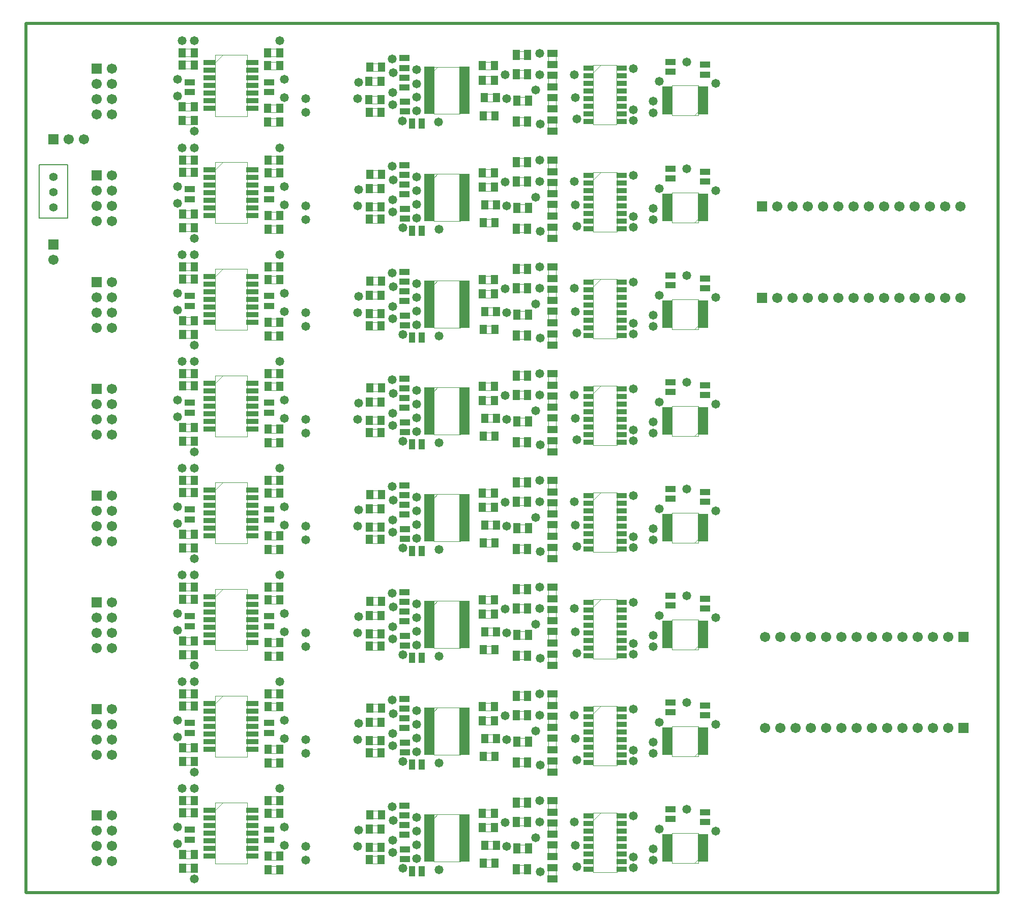
<source format=gts>
G04*
G04 #@! TF.GenerationSoftware,Altium Limited,Altium Designer,19.0.10 (269)*
G04*
G04 Layer_Color=8388736*
%FSLAX23Y23*%
%MOIN*%
G70*
G01*
G75*
%ADD10C,0.008*%
%ADD12C,0.010*%
%ADD13C,0.020*%
%ADD14C,0.004*%
%ADD23R,0.069X0.036*%
%ADD24R,0.066X0.026*%
%ADD25R,0.065X0.047*%
%ADD26R,0.045X0.063*%
%ADD27R,0.065X0.044*%
%ADD28R,0.047X0.065*%
%ADD29R,0.044X0.065*%
%ADD30R,0.080X0.036*%
%ADD31C,0.067*%
%ADD32R,0.067X0.067*%
%ADD33R,0.067X0.067*%
%ADD34C,0.055*%
%ADD35C,0.058*%
D10*
X1086Y4424D02*
Y4774D01*
Y4424D02*
X1275D01*
Y4774D01*
X1086D02*
X1275D01*
D12*
X7360Y5700D02*
X7370Y5690D01*
D13*
X1000Y0D02*
Y5700D01*
X7370D01*
Y0D02*
Y5700D01*
X1000Y0D02*
X7370D01*
D14*
X4718Y475D02*
X4768Y525D01*
X4718Y135D02*
Y525D01*
Y135D02*
X4872D01*
Y525D01*
X4718D02*
X4872D01*
X5381Y195D02*
X5407Y220D01*
Y195D02*
Y391D01*
X5234D02*
X5407D01*
X5234Y195D02*
Y391D01*
Y195D02*
X5407D01*
X4425Y525D02*
X4475D01*
Y604D01*
X4425D02*
X4475D01*
X4425Y525D02*
Y604D01*
Y459D02*
X4475D01*
X4425Y380D02*
Y459D01*
Y380D02*
X4475D01*
Y459D01*
X4425Y88D02*
X4475D01*
Y167D01*
X4425D02*
X4475D01*
X4425Y88D02*
Y167D01*
Y315D02*
X4475D01*
X4425Y236D02*
Y315D01*
Y236D02*
X4475D01*
Y315D01*
X4718Y1225D02*
X4872D01*
Y835D02*
Y1225D01*
X4718Y835D02*
X4872D01*
X4718D02*
Y1225D01*
Y1175D02*
X4768Y1225D01*
X5381Y895D02*
X5407Y920D01*
Y895D02*
Y1091D01*
X5234D02*
X5407D01*
X5234Y895D02*
Y1091D01*
Y895D02*
X5407D01*
X4425Y1225D02*
X4475D01*
Y1304D01*
X4425D02*
X4475D01*
X4425Y1225D02*
Y1304D01*
Y1159D02*
X4475D01*
X4425Y1080D02*
Y1159D01*
Y1080D02*
X4475D01*
Y1159D01*
X4425Y788D02*
X4475D01*
Y867D01*
X4425D02*
X4475D01*
X4425Y788D02*
Y867D01*
Y1015D02*
X4475D01*
X4425Y936D02*
Y1015D01*
Y936D02*
X4475D01*
Y1015D01*
X4718Y1875D02*
X4768Y1925D01*
X4718Y1535D02*
Y1925D01*
Y1535D02*
X4872D01*
Y1925D01*
X4718D02*
X4872D01*
X5381Y1595D02*
X5407Y1620D01*
Y1595D02*
Y1791D01*
X5234D02*
X5407D01*
X5234Y1595D02*
Y1791D01*
Y1595D02*
X5407D01*
X4425Y1925D02*
X4475D01*
Y2004D01*
X4425D02*
X4475D01*
X4425Y1925D02*
Y2004D01*
Y1859D02*
X4475D01*
X4425Y1780D02*
Y1859D01*
Y1780D02*
X4475D01*
Y1859D01*
X4425Y1488D02*
X4475D01*
Y1567D01*
X4425D02*
X4475D01*
X4425Y1488D02*
Y1567D01*
Y1715D02*
X4475D01*
X4425Y1636D02*
Y1715D01*
Y1636D02*
X4475D01*
Y1715D01*
X4718Y2575D02*
X4768Y2625D01*
X4718Y2235D02*
Y2625D01*
Y2235D02*
X4872D01*
Y2625D01*
X4718D02*
X4872D01*
X5381Y2295D02*
X5407Y2320D01*
Y2295D02*
Y2491D01*
X5234D02*
X5407D01*
X5234Y2295D02*
Y2491D01*
Y2295D02*
X5407D01*
X4425Y2625D02*
X4475D01*
Y2704D01*
X4425D02*
X4475D01*
X4425Y2625D02*
Y2704D01*
Y2559D02*
X4475D01*
X4425Y2480D02*
Y2559D01*
Y2480D02*
X4475D01*
Y2559D01*
X4425Y2188D02*
X4475D01*
Y2267D01*
X4425D02*
X4475D01*
X4425Y2188D02*
Y2267D01*
Y2415D02*
X4475D01*
X4425Y2336D02*
Y2415D01*
Y2336D02*
X4475D01*
Y2415D01*
X4718Y3275D02*
X4768Y3325D01*
X4718Y2935D02*
Y3325D01*
Y2935D02*
X4872D01*
Y3325D01*
X4718D02*
X4872D01*
X5381Y2995D02*
X5407Y3020D01*
Y2995D02*
Y3191D01*
X5234D02*
X5407D01*
X5234Y2995D02*
Y3191D01*
Y2995D02*
X5407D01*
X4425Y3325D02*
X4475D01*
Y3404D01*
X4425D02*
X4475D01*
X4425Y3325D02*
Y3404D01*
Y3259D02*
X4475D01*
X4425Y3180D02*
Y3259D01*
Y3180D02*
X4475D01*
Y3259D01*
X4425Y2888D02*
X4475D01*
Y2967D01*
X4425D02*
X4475D01*
X4425Y2888D02*
Y2967D01*
Y3115D02*
X4475D01*
X4425Y3036D02*
Y3115D01*
Y3036D02*
X4475D01*
Y3115D01*
X4718Y3975D02*
X4768Y4025D01*
X4718Y3635D02*
Y4025D01*
Y3635D02*
X4872D01*
Y4025D01*
X4718D02*
X4872D01*
X5381Y3695D02*
X5407Y3720D01*
Y3695D02*
Y3891D01*
X5234D02*
X5407D01*
X5234Y3695D02*
Y3891D01*
Y3695D02*
X5407D01*
X4425Y4025D02*
X4475D01*
Y4104D01*
X4425D02*
X4475D01*
X4425Y4025D02*
Y4104D01*
Y3959D02*
X4475D01*
X4425Y3880D02*
Y3959D01*
Y3880D02*
X4475D01*
Y3959D01*
X4425Y3588D02*
X4475D01*
Y3667D01*
X4425D02*
X4475D01*
X4425Y3588D02*
Y3667D01*
Y3815D02*
X4475D01*
X4425Y3736D02*
Y3815D01*
Y3736D02*
X4475D01*
Y3815D01*
X4718Y4675D02*
X4768Y4725D01*
X4718Y4335D02*
Y4725D01*
Y4335D02*
X4872D01*
Y4725D01*
X4718D02*
X4872D01*
X5381Y4395D02*
X5407Y4420D01*
Y4395D02*
Y4591D01*
X5234D02*
X5407D01*
X5234Y4395D02*
Y4591D01*
Y4395D02*
X5407D01*
X4425Y4725D02*
X4475D01*
Y4804D01*
X4425D02*
X4475D01*
X4425Y4725D02*
Y4804D01*
Y4659D02*
X4475D01*
X4425Y4580D02*
Y4659D01*
Y4580D02*
X4475D01*
Y4659D01*
X4425Y4288D02*
X4475D01*
Y4367D01*
X4425D02*
X4475D01*
X4425Y4288D02*
Y4367D01*
Y4515D02*
X4475D01*
X4425Y4436D02*
Y4515D01*
Y4436D02*
X4475D01*
Y4515D01*
X5381Y5097D02*
X5407Y5122D01*
Y5097D02*
Y5293D01*
X5233D02*
X5407D01*
X5233Y5097D02*
Y5293D01*
Y5097D02*
X5407D01*
X4718Y5377D02*
X4768Y5427D01*
X4718Y5037D02*
Y5427D01*
Y5037D02*
X4871D01*
Y5427D01*
X4718D02*
X4871D01*
X4425Y4990D02*
X4474D01*
Y5069D01*
X4425D02*
X4474D01*
X4425Y4990D02*
Y5069D01*
Y5217D02*
X4474D01*
X4425Y5138D02*
Y5217D01*
Y5138D02*
X4474D01*
Y5217D01*
X4425Y5427D02*
X4474D01*
Y5506D01*
X4425D02*
X4474D01*
X4425Y5427D02*
Y5506D01*
Y5361D02*
X4474D01*
X4425Y5282D02*
Y5361D01*
Y5282D02*
X4474D01*
Y5361D01*
X2586Y3380D02*
Y3430D01*
Y3380D02*
X2664D01*
Y3430D01*
X2586D02*
X2664D01*
X2586Y825D02*
Y875D01*
Y825D02*
X2664D01*
Y875D01*
X2586D02*
X2664D01*
X2586Y1280D02*
Y1330D01*
Y1280D02*
X2664D01*
Y1330D01*
X2586D02*
X2664D01*
X2585Y5027D02*
Y5077D01*
Y5027D02*
X2664D01*
Y5077D01*
X2585D02*
X2664D01*
X2586Y2680D02*
Y2730D01*
Y2680D02*
X2664D01*
Y2730D01*
X2586D02*
X2664D01*
X2586Y2925D02*
Y2975D01*
Y2925D02*
X2664D01*
Y2975D01*
X2586D02*
X2664D01*
X2586Y2225D02*
Y2275D01*
Y2225D02*
X2664D01*
Y2275D01*
X2586D02*
X2664D01*
X2586Y4080D02*
Y4130D01*
Y4080D02*
X2664D01*
Y4130D01*
X2586D02*
X2664D01*
X2586Y125D02*
Y175D01*
Y125D02*
X2664D01*
Y175D01*
X2586D02*
X2664D01*
X2586Y4780D02*
Y4830D01*
Y4780D02*
X2664D01*
Y4830D01*
X2586D02*
X2664D01*
X2585Y5482D02*
Y5532D01*
Y5482D02*
X2664D01*
Y5532D01*
X2585D02*
X2664D01*
X2586Y4325D02*
Y4375D01*
Y4325D02*
X2664D01*
Y4375D01*
X2586D02*
X2664D01*
X2586Y1980D02*
Y2030D01*
Y1980D02*
X2664D01*
Y2030D01*
X2586D02*
X2664D01*
X2586Y3625D02*
Y3675D01*
Y3625D02*
X2664D01*
Y3675D01*
X2586D02*
X2664D01*
X2586Y580D02*
Y630D01*
Y580D02*
X2664D01*
Y630D01*
X2586D02*
X2664D01*
X2586Y1525D02*
Y1575D01*
Y1525D02*
X2664D01*
Y1575D01*
X2586D02*
X2664D01*
X4294Y5167D02*
Y5217D01*
X4216D02*
X4294D01*
X4216Y5167D02*
Y5217D01*
Y5167D02*
X4294D01*
X4295Y265D02*
Y315D01*
X4216D02*
X4295D01*
X4216Y265D02*
Y315D01*
Y265D02*
X4295D01*
X4289Y830D02*
Y880D01*
X4211D02*
X4289D01*
X4211Y830D02*
Y880D01*
Y830D02*
X4289D01*
X3249Y4441D02*
X3328D01*
Y4391D02*
Y4441D01*
X3249Y4391D02*
X3328D01*
X3249D02*
Y4441D01*
X4211Y1841D02*
Y1890D01*
Y1841D02*
X4289D01*
Y1890D01*
X4211D02*
X4289D01*
X3996Y4418D02*
X4075D01*
Y4368D02*
Y4418D01*
X3996Y4368D02*
X4075D01*
X3996D02*
Y4418D01*
X4289Y130D02*
Y180D01*
X4211D02*
X4289D01*
X4211Y130D02*
Y180D01*
Y130D02*
X4289D01*
X3996Y3718D02*
X4075D01*
Y3668D02*
Y3718D01*
X3996Y3668D02*
X4075D01*
X3996D02*
Y3718D01*
X4295Y965D02*
Y1015D01*
X4216D02*
X4295D01*
X4216Y965D02*
Y1015D01*
Y965D02*
X4295D01*
X3249Y3741D02*
X3328D01*
Y3691D02*
Y3741D01*
X3249Y3691D02*
X3328D01*
X3249D02*
Y3741D01*
X4211Y567D02*
Y616D01*
Y567D02*
X4289D01*
Y616D01*
X4211D02*
X4289D01*
X3249Y1641D02*
X3328D01*
Y1591D02*
Y1641D01*
X3249Y1591D02*
X3328D01*
X3249D02*
Y1641D01*
X4295Y3065D02*
Y3115D01*
X4216D02*
X4295D01*
X4216Y3065D02*
Y3115D01*
Y3065D02*
X4295D01*
Y3765D02*
Y3815D01*
X4216D02*
X4295D01*
X4216Y3765D02*
Y3815D01*
Y3765D02*
X4295D01*
X4289Y1530D02*
Y1580D01*
X4211D02*
X4289D01*
X4211Y1530D02*
Y1580D01*
Y1530D02*
X4289D01*
X4295Y4465D02*
Y4515D01*
X4216D02*
X4295D01*
X4216Y4465D02*
Y4515D01*
Y4465D02*
X4295D01*
X3249Y2341D02*
X3328D01*
Y2291D02*
Y2341D01*
X3249Y2291D02*
X3328D01*
X3249D02*
Y2341D01*
X4211Y4767D02*
Y4816D01*
Y4767D02*
X4289D01*
Y4816D01*
X4211D02*
X4289D01*
X3996Y5120D02*
X4074D01*
Y5070D02*
Y5120D01*
X3996Y5070D02*
X4074D01*
X3996D02*
Y5120D01*
X3996Y2318D02*
X4075D01*
Y2268D02*
Y2318D01*
X3996Y2268D02*
X4075D01*
X3996D02*
Y2318D01*
X4006Y3136D02*
X4084D01*
Y3086D02*
Y3136D01*
X4006Y3086D02*
X4084D01*
X4006D02*
Y3136D01*
X3249Y3041D02*
X3328D01*
Y2991D02*
Y3041D01*
X3249Y2991D02*
X3328D01*
X3249D02*
Y3041D01*
X4211Y1141D02*
Y1190D01*
Y1141D02*
X4289D01*
Y1190D01*
X4211D02*
X4289D01*
X4211Y2541D02*
Y2590D01*
Y2541D02*
X4289D01*
Y2590D01*
X4211D02*
X4289D01*
X3996Y3018D02*
X4075D01*
Y2968D02*
Y3018D01*
X3996Y2968D02*
X4075D01*
X3996D02*
Y3018D01*
X3249Y941D02*
X3328D01*
Y891D02*
Y941D01*
X3249Y891D02*
X3328D01*
X3249D02*
Y941D01*
X4295Y1665D02*
Y1715D01*
X4216D02*
X4295D01*
X4216Y1665D02*
Y1715D01*
Y1665D02*
X4295D01*
X4006Y2436D02*
X4084D01*
Y2386D02*
Y2436D01*
X4006Y2386D02*
X4084D01*
X4006D02*
Y2436D01*
X4211Y1967D02*
Y2016D01*
Y1967D02*
X4289D01*
Y2016D01*
X4211D02*
X4289D01*
X3249Y241D02*
X3328D01*
Y191D02*
Y241D01*
X3249Y191D02*
X3328D01*
X3249D02*
Y241D01*
X4211Y441D02*
Y490D01*
Y441D02*
X4289D01*
Y490D01*
X4211D02*
X4289D01*
X4210Y5469D02*
Y5518D01*
Y5469D02*
X4289D01*
Y5518D01*
X4210D02*
X4289D01*
X4211Y1267D02*
Y1316D01*
Y1267D02*
X4289D01*
Y1316D01*
X4211D02*
X4289D01*
X4005Y5238D02*
X4084D01*
Y5188D02*
Y5238D01*
X4005Y5188D02*
X4084D01*
X4005D02*
Y5238D01*
X3996Y1618D02*
X4075D01*
Y1568D02*
Y1618D01*
X3996Y1568D02*
X4075D01*
X3996D02*
Y1618D01*
X4289Y4330D02*
Y4380D01*
X4211D02*
X4289D01*
X4211Y4330D02*
Y4380D01*
Y4330D02*
X4289D01*
Y3630D02*
Y3680D01*
X4211D02*
X4289D01*
X4211Y3630D02*
Y3680D01*
Y3630D02*
X4289D01*
X3996Y918D02*
X4075D01*
Y868D02*
Y918D01*
X3996Y868D02*
X4075D01*
X3996D02*
Y918D01*
X4289Y2230D02*
Y2280D01*
X4211D02*
X4289D01*
X4211Y2230D02*
Y2280D01*
Y2230D02*
X4289D01*
X4295Y2365D02*
Y2415D01*
X4216D02*
X4295D01*
X4216Y2365D02*
Y2415D01*
Y2365D02*
X4295D01*
X4211Y4641D02*
Y4690D01*
Y4641D02*
X4289D01*
Y4690D01*
X4211D02*
X4289D01*
X4210Y5343D02*
Y5392D01*
Y5343D02*
X4289D01*
Y5392D01*
X4210D02*
X4289D01*
X4289Y2930D02*
Y2980D01*
X4211D02*
X4289D01*
X4211Y2930D02*
Y2980D01*
Y2930D02*
X4289D01*
X4289Y5032D02*
Y5082D01*
X4210D02*
X4289D01*
X4210Y5032D02*
Y5082D01*
Y5032D02*
X4289D01*
X4006Y3836D02*
X4084D01*
Y3786D02*
Y3836D01*
X4006Y3786D02*
X4084D01*
X4006D02*
Y3836D01*
Y1736D02*
X4084D01*
Y1686D02*
Y1736D01*
X4006Y1686D02*
X4084D01*
X4006D02*
Y1736D01*
X4211Y3367D02*
Y3416D01*
Y3367D02*
X4289D01*
Y3416D01*
X4211D02*
X4289D01*
X4211Y4067D02*
Y4116D01*
Y4067D02*
X4289D01*
Y4116D01*
X4211D02*
X4289D01*
X4211Y3241D02*
Y3290D01*
Y3241D02*
X4289D01*
Y3290D01*
X4211D02*
X4289D01*
X3249Y5143D02*
X3328D01*
Y5093D02*
Y5143D01*
X3249Y5093D02*
X3328D01*
X3249D02*
Y5143D01*
X4006Y4536D02*
X4084D01*
Y4486D02*
Y4536D01*
X4006Y4486D02*
X4084D01*
X4006D02*
Y4536D01*
X4211Y3941D02*
Y3990D01*
Y3941D02*
X4289D01*
Y3990D01*
X4211D02*
X4289D01*
X4006Y1036D02*
X4084D01*
Y986D02*
Y1036D01*
X4006Y986D02*
X4084D01*
X4006D02*
Y1036D01*
X4211Y2667D02*
Y2716D01*
Y2667D02*
X4289D01*
Y2716D01*
X4211D02*
X4289D01*
X3996Y218D02*
X4075D01*
Y168D02*
Y218D01*
X3996Y168D02*
X4075D01*
X3996D02*
Y218D01*
X2104Y4780D02*
Y4830D01*
X2026D02*
X2104D01*
X2026Y4780D02*
Y4830D01*
Y4780D02*
X2104D01*
X2241Y4741D02*
X2291Y4791D01*
X2241Y4389D02*
Y4791D01*
Y4389D02*
X2450D01*
Y4791D01*
X2241D02*
X2450D01*
X2026Y836D02*
Y886D01*
Y836D02*
X2104D01*
Y886D01*
X2026D02*
X2104D01*
X2026Y2236D02*
Y2286D01*
Y2236D02*
X2104D01*
Y2286D01*
X2026D02*
X2104D01*
X2241Y2641D02*
X2291Y2691D01*
X2241Y2289D02*
Y2691D01*
Y2289D02*
X2450D01*
Y2691D01*
X2241D02*
X2450D01*
X2241Y3341D02*
X2291Y3391D01*
X2241Y2989D02*
Y3391D01*
Y2989D02*
X2450D01*
Y3391D01*
X2241D02*
X2450D01*
X2104Y1280D02*
Y1330D01*
X2026D02*
X2104D01*
X2026Y1280D02*
Y1330D01*
Y1280D02*
X2104D01*
Y225D02*
Y275D01*
X2026D02*
X2104D01*
X2026Y225D02*
Y275D01*
Y225D02*
X2104D01*
X2664Y3995D02*
Y4045D01*
X2586D02*
X2664D01*
X2586Y3995D02*
Y4045D01*
Y3995D02*
X2664D01*
X2025Y5038D02*
Y5088D01*
Y5038D02*
X2104D01*
Y5088D01*
X2025D02*
X2104D01*
X2240Y5443D02*
X2290Y5493D01*
X2240Y5091D02*
Y5493D01*
Y5091D02*
X2449D01*
Y5493D01*
X2240D02*
X2449D01*
X2026Y1900D02*
Y1950D01*
Y1900D02*
X2104D01*
Y1950D01*
X2026D02*
X2104D01*
X2586Y1615D02*
Y1665D01*
Y1615D02*
X2664D01*
Y1665D01*
X2586D02*
X2664D01*
X2104Y2680D02*
Y2730D01*
X2026D02*
X2104D01*
X2026Y2680D02*
Y2730D01*
Y2680D02*
X2104D01*
X2026Y4000D02*
Y4050D01*
Y4000D02*
X2104D01*
Y4050D01*
X2026D02*
X2104D01*
X2241Y1941D02*
X2291Y1991D01*
X2241Y1589D02*
Y1991D01*
Y1589D02*
X2450D01*
Y1991D01*
X2241D02*
X2450D01*
X2104Y1980D02*
Y2030D01*
X2026D02*
X2104D01*
X2026Y1980D02*
Y2030D01*
Y1980D02*
X2104D01*
X2026Y4700D02*
Y4750D01*
Y4700D02*
X2104D01*
Y4750D01*
X2026D02*
X2104D01*
X2664Y495D02*
Y545D01*
X2586D02*
X2664D01*
X2586Y495D02*
Y545D01*
Y495D02*
X2664D01*
X2026Y3300D02*
Y3350D01*
Y3300D02*
X2104D01*
Y3350D01*
X2026D02*
X2104D01*
X2664Y2595D02*
Y2645D01*
X2586D02*
X2664D01*
X2586Y2595D02*
Y2645D01*
Y2595D02*
X2664D01*
X2586Y915D02*
Y965D01*
Y915D02*
X2664D01*
Y965D01*
X2586D02*
X2664D01*
X2104Y1625D02*
Y1675D01*
X2026D02*
X2104D01*
X2026Y1625D02*
Y1675D01*
Y1625D02*
X2104D01*
Y3725D02*
Y3775D01*
X2026D02*
X2104D01*
X2026Y3725D02*
Y3775D01*
Y3725D02*
X2104D01*
X2586Y215D02*
Y265D01*
Y215D02*
X2664D01*
Y265D01*
X2586D02*
X2664D01*
Y1895D02*
Y1945D01*
X2586D02*
X2664D01*
X2586Y1895D02*
Y1945D01*
Y1895D02*
X2664D01*
X2586Y4415D02*
Y4465D01*
Y4415D02*
X2664D01*
Y4465D01*
X2586D02*
X2664D01*
X2025Y5402D02*
Y5452D01*
Y5402D02*
X2104D01*
Y5452D01*
X2025D02*
X2104D01*
X2104Y2325D02*
Y2375D01*
X2026D02*
X2104D01*
X2026Y2325D02*
Y2375D01*
Y2325D02*
X2104D01*
X2104Y5127D02*
Y5177D01*
X2025D02*
X2104D01*
X2025Y5127D02*
Y5177D01*
Y5127D02*
X2104D01*
X2664Y3295D02*
Y3345D01*
X2586D02*
X2664D01*
X2586Y3295D02*
Y3345D01*
Y3295D02*
X2664D01*
Y1195D02*
Y1245D01*
X2586D02*
X2664D01*
X2586Y1195D02*
Y1245D01*
Y1195D02*
X2664D01*
Y4695D02*
Y4745D01*
X2586D02*
X2664D01*
X2586Y4695D02*
Y4745D01*
Y4695D02*
X2664D01*
X2026Y136D02*
Y186D01*
Y136D02*
X2104D01*
Y186D01*
X2026D02*
X2104D01*
X2585Y5117D02*
Y5167D01*
Y5117D02*
X2664D01*
Y5167D01*
X2585D02*
X2664D01*
X2104Y4425D02*
Y4475D01*
X2026D02*
X2104D01*
X2026Y4425D02*
Y4475D01*
Y4425D02*
X2104D01*
X2104Y5482D02*
Y5532D01*
X2025D02*
X2104D01*
X2025Y5482D02*
Y5532D01*
Y5482D02*
X2104D01*
X2026Y1536D02*
Y1586D01*
Y1536D02*
X2104D01*
Y1586D01*
X2026D02*
X2104D01*
Y925D02*
Y975D01*
X2026D02*
X2104D01*
X2026Y925D02*
Y975D01*
Y925D02*
X2104D01*
X2026Y4336D02*
Y4386D01*
Y4336D02*
X2104D01*
Y4386D01*
X2026D02*
X2104D01*
X2026Y2600D02*
Y2650D01*
Y2600D02*
X2104D01*
Y2650D01*
X2026D02*
X2104D01*
X2241Y541D02*
X2291Y591D01*
X2241Y189D02*
Y591D01*
Y189D02*
X2450D01*
Y591D01*
X2241D02*
X2450D01*
X2026Y2936D02*
Y2986D01*
Y2936D02*
X2104D01*
Y2986D01*
X2026D02*
X2104D01*
X2241Y4041D02*
X2291Y4091D01*
X2241Y3689D02*
Y4091D01*
Y3689D02*
X2450D01*
Y4091D01*
X2241D02*
X2450D01*
X2026Y3636D02*
Y3686D01*
Y3636D02*
X2104D01*
Y3686D01*
X2026D02*
X2104D01*
X2026Y1200D02*
Y1250D01*
Y1200D02*
X2104D01*
Y1250D01*
X2026D02*
X2104D01*
X2026Y500D02*
Y550D01*
Y500D02*
X2104D01*
Y550D01*
X2026D02*
X2104D01*
Y4080D02*
Y4130D01*
X2026D02*
X2104D01*
X2026Y4080D02*
Y4130D01*
Y4080D02*
X2104D01*
Y3380D02*
Y3430D01*
X2026D02*
X2104D01*
X2026Y3380D02*
Y3430D01*
Y3380D02*
X2104D01*
X2241Y1291D02*
X2450D01*
Y889D02*
Y1291D01*
X2241Y889D02*
X2450D01*
X2241D02*
Y1291D01*
Y1241D02*
X2291Y1291D01*
X2104Y3025D02*
Y3075D01*
X2026D02*
X2104D01*
X2026Y3025D02*
Y3075D01*
Y3025D02*
X2104D01*
X2586Y3715D02*
Y3765D01*
Y3715D02*
X2664D01*
Y3765D01*
X2586D02*
X2664D01*
X2664Y5397D02*
Y5447D01*
X2585D02*
X2664D01*
X2585Y5397D02*
Y5447D01*
Y5397D02*
X2664D01*
X2586Y3015D02*
Y3065D01*
Y3015D02*
X2664D01*
Y3065D01*
X2586D02*
X2664D01*
X2104Y580D02*
Y630D01*
X2026D02*
X2104D01*
X2026Y580D02*
Y630D01*
Y580D02*
X2104D01*
X2586Y2315D02*
Y2365D01*
Y2315D02*
X2664D01*
Y2365D01*
X2586D02*
X2664D01*
X4006Y336D02*
X4084D01*
Y286D02*
Y336D01*
X4006Y286D02*
X4084D01*
X4006D02*
Y336D01*
X3248Y5223D02*
X3327D01*
Y5174D02*
Y5223D01*
X3248Y5174D02*
X3327D01*
X3248D02*
Y5223D01*
X3249Y4521D02*
X3327D01*
Y4472D02*
Y4521D01*
X3249Y4472D02*
X3327D01*
X3249D02*
Y4521D01*
Y3821D02*
X3327D01*
Y3772D02*
Y3821D01*
X3249Y3772D02*
X3327D01*
X3249D02*
Y3821D01*
Y3121D02*
X3327D01*
Y3072D02*
Y3121D01*
X3249Y3072D02*
X3327D01*
X3249D02*
Y3121D01*
Y2421D02*
X3327D01*
Y2372D02*
Y2421D01*
X3249Y2372D02*
X3327D01*
X3249D02*
Y2421D01*
Y1721D02*
X3327D01*
Y1672D02*
Y1721D01*
X3249Y1672D02*
X3327D01*
X3249D02*
Y1721D01*
Y1021D02*
X3327D01*
Y972D02*
Y1021D01*
X3249Y972D02*
X3327D01*
X3249D02*
Y1021D01*
Y321D02*
X3327D01*
Y272D02*
Y321D01*
X3249Y272D02*
X3327D01*
X3249D02*
Y321D01*
X3990Y5352D02*
X4069D01*
Y5303D02*
Y5352D01*
X3990Y5303D02*
X4069D01*
X3990D02*
Y5352D01*
X3991Y4650D02*
X4069D01*
Y4601D02*
Y4650D01*
X3991Y4601D02*
X4069D01*
X3991D02*
Y4650D01*
Y3950D02*
X4069D01*
Y3901D02*
Y3950D01*
X3991Y3901D02*
X4069D01*
X3991D02*
Y3950D01*
Y3250D02*
X4069D01*
Y3201D02*
Y3250D01*
X3991Y3201D02*
X4069D01*
X3991D02*
Y3250D01*
Y2550D02*
X4069D01*
Y2501D02*
Y2550D01*
X3991Y2501D02*
X4069D01*
X3991D02*
Y2550D01*
Y1850D02*
X4069D01*
Y1801D02*
Y1850D01*
X3991Y1801D02*
X4069D01*
X3991D02*
Y1850D01*
Y1150D02*
X4069D01*
Y1101D02*
Y1150D01*
X3991Y1101D02*
X4069D01*
X3991D02*
Y1150D01*
Y450D02*
X4069D01*
Y401D02*
Y450D01*
X3991Y401D02*
X4069D01*
X3991D02*
Y450D01*
X3248Y5343D02*
X3327D01*
Y5294D02*
Y5343D01*
X3248Y5294D02*
X3327D01*
X3248D02*
Y5343D01*
X3249Y4641D02*
X3327D01*
Y4592D02*
Y4641D01*
X3249Y4592D02*
X3327D01*
X3249D02*
Y4641D01*
Y3941D02*
X3327D01*
Y3892D02*
Y3941D01*
X3249Y3892D02*
X3327D01*
X3249D02*
Y3941D01*
Y3241D02*
X3327D01*
Y3192D02*
Y3241D01*
X3249Y3192D02*
X3327D01*
X3249D02*
Y3241D01*
Y2541D02*
X3327D01*
Y2492D02*
Y2541D01*
X3249Y2492D02*
X3327D01*
X3249D02*
Y2541D01*
Y1841D02*
X3327D01*
Y1792D02*
Y1841D01*
X3249Y1792D02*
X3327D01*
X3249D02*
Y1841D01*
Y1141D02*
X3327D01*
Y1092D02*
Y1141D01*
X3249Y1092D02*
X3327D01*
X3249D02*
Y1141D01*
Y441D02*
X3327D01*
Y392D02*
Y441D01*
X3249Y392D02*
X3327D01*
X3249D02*
Y441D01*
X3990Y5447D02*
X4069D01*
Y5397D02*
Y5447D01*
X3990Y5397D02*
X4069D01*
X3990D02*
Y5447D01*
X3991Y4745D02*
X4069D01*
Y4695D02*
Y4745D01*
X3991Y4695D02*
X4069D01*
X3991D02*
Y4745D01*
Y4045D02*
X4069D01*
Y3995D02*
Y4045D01*
X3991Y3995D02*
X4069D01*
X3991D02*
Y4045D01*
Y3345D02*
X4069D01*
Y3295D02*
Y3345D01*
X3991Y3295D02*
X4069D01*
X3991D02*
Y3345D01*
Y2645D02*
X4069D01*
Y2595D02*
Y2645D01*
X3991Y2595D02*
X4069D01*
X3991D02*
Y2645D01*
Y1945D02*
X4069D01*
Y1895D02*
Y1945D01*
X3991Y1895D02*
X4069D01*
X3991D02*
Y1945D01*
Y1245D02*
X4069D01*
Y1195D02*
Y1245D01*
X3991Y1195D02*
X4069D01*
X3991D02*
Y1245D01*
Y545D02*
X4069D01*
Y495D02*
Y545D01*
X3991Y495D02*
X4069D01*
X3991D02*
Y545D01*
X3252Y5438D02*
X3330D01*
Y5388D02*
Y5438D01*
X3252Y5388D02*
X3330D01*
X3252D02*
Y5438D01*
X3252Y4736D02*
X3331D01*
Y4686D02*
Y4736D01*
X3252Y4686D02*
X3331D01*
X3252D02*
Y4736D01*
Y4036D02*
X3331D01*
Y3986D02*
Y4036D01*
X3252Y3986D02*
X3331D01*
X3252D02*
Y4036D01*
Y3336D02*
X3331D01*
Y3286D02*
Y3336D01*
X3252Y3286D02*
X3331D01*
X3252D02*
Y3336D01*
Y2636D02*
X3331D01*
Y2586D02*
Y2636D01*
X3252Y2586D02*
X3331D01*
X3252D02*
Y2636D01*
Y1936D02*
X3331D01*
Y1886D02*
Y1936D01*
X3252Y1886D02*
X3331D01*
X3252D02*
Y1936D01*
Y1236D02*
X3331D01*
Y1186D02*
Y1236D01*
X3252Y1186D02*
X3331D01*
X3252D02*
Y1236D01*
Y536D02*
X3331D01*
Y486D02*
Y536D01*
X3252Y486D02*
X3331D01*
X3252D02*
Y536D01*
X3672Y5414D02*
X3845D01*
Y5107D02*
Y5414D01*
X3672Y5107D02*
X3845D01*
X3672D02*
Y5414D01*
Y5389D02*
X3698Y5414D01*
X3673Y4712D02*
X3846D01*
Y4405D02*
Y4712D01*
X3673Y4405D02*
X3846D01*
X3673D02*
Y4712D01*
Y4687D02*
X3698Y4712D01*
X3673Y4012D02*
X3846D01*
Y3705D02*
Y4012D01*
X3673Y3705D02*
X3846D01*
X3673D02*
Y4012D01*
Y3987D02*
X3698Y4012D01*
X3673Y3312D02*
X3846D01*
Y3005D02*
Y3312D01*
X3673Y3005D02*
X3846D01*
X3673D02*
Y3312D01*
Y3287D02*
X3698Y3312D01*
X3673Y2587D02*
X3698Y2612D01*
X3673Y2305D02*
Y2612D01*
Y2305D02*
X3846D01*
Y2612D01*
X3673D02*
X3846D01*
X3673Y1912D02*
X3846D01*
Y1605D02*
Y1912D01*
X3673Y1605D02*
X3846D01*
X3673D02*
Y1912D01*
Y1887D02*
X3698Y1912D01*
X3673Y1212D02*
X3846D01*
Y905D02*
Y1212D01*
X3673Y905D02*
X3846D01*
X3673D02*
Y1212D01*
Y1187D02*
X3698Y1212D01*
X3673Y512D02*
X3846D01*
Y205D02*
Y512D01*
X3673Y205D02*
X3846D01*
X3673D02*
Y512D01*
Y487D02*
X3698Y512D01*
D23*
X4902Y505D02*
D03*
Y455D02*
D03*
Y405D02*
D03*
Y355D02*
D03*
Y305D02*
D03*
Y255D02*
D03*
Y205D02*
D03*
Y155D02*
D03*
X4688D02*
D03*
Y205D02*
D03*
Y255D02*
D03*
Y305D02*
D03*
Y355D02*
D03*
Y405D02*
D03*
Y455D02*
D03*
Y505D02*
D03*
Y1205D02*
D03*
Y1155D02*
D03*
Y1105D02*
D03*
Y1055D02*
D03*
Y1005D02*
D03*
Y955D02*
D03*
Y905D02*
D03*
Y855D02*
D03*
X4902D02*
D03*
Y905D02*
D03*
Y955D02*
D03*
Y1005D02*
D03*
Y1055D02*
D03*
Y1105D02*
D03*
Y1155D02*
D03*
Y1205D02*
D03*
Y1905D02*
D03*
Y1855D02*
D03*
Y1805D02*
D03*
Y1755D02*
D03*
Y1705D02*
D03*
Y1655D02*
D03*
Y1605D02*
D03*
Y1555D02*
D03*
X4688D02*
D03*
Y1605D02*
D03*
Y1655D02*
D03*
Y1705D02*
D03*
Y1755D02*
D03*
Y1805D02*
D03*
Y1855D02*
D03*
Y1905D02*
D03*
X4902Y2605D02*
D03*
Y2555D02*
D03*
Y2505D02*
D03*
Y2455D02*
D03*
Y2405D02*
D03*
Y2355D02*
D03*
Y2305D02*
D03*
Y2255D02*
D03*
X4688D02*
D03*
Y2305D02*
D03*
Y2355D02*
D03*
Y2405D02*
D03*
Y2455D02*
D03*
Y2505D02*
D03*
Y2555D02*
D03*
Y2605D02*
D03*
X4902Y3305D02*
D03*
Y3255D02*
D03*
Y3205D02*
D03*
Y3155D02*
D03*
Y3105D02*
D03*
Y3055D02*
D03*
Y3005D02*
D03*
Y2955D02*
D03*
X4688D02*
D03*
Y3005D02*
D03*
Y3055D02*
D03*
Y3105D02*
D03*
Y3155D02*
D03*
Y3205D02*
D03*
Y3255D02*
D03*
Y3305D02*
D03*
X4902Y4005D02*
D03*
Y3955D02*
D03*
Y3905D02*
D03*
Y3855D02*
D03*
Y3805D02*
D03*
Y3755D02*
D03*
Y3705D02*
D03*
Y3655D02*
D03*
X4688D02*
D03*
Y3705D02*
D03*
Y3755D02*
D03*
Y3805D02*
D03*
Y3855D02*
D03*
Y3905D02*
D03*
Y3955D02*
D03*
Y4005D02*
D03*
X4902Y4705D02*
D03*
Y4655D02*
D03*
Y4605D02*
D03*
Y4555D02*
D03*
Y4505D02*
D03*
Y4455D02*
D03*
Y4405D02*
D03*
Y4355D02*
D03*
X4688D02*
D03*
Y4405D02*
D03*
Y4455D02*
D03*
Y4505D02*
D03*
Y4555D02*
D03*
Y4605D02*
D03*
Y4655D02*
D03*
Y4705D02*
D03*
X4902Y5407D02*
D03*
Y5357D02*
D03*
Y5307D02*
D03*
Y5257D02*
D03*
Y5207D02*
D03*
Y5157D02*
D03*
Y5107D02*
D03*
Y5057D02*
D03*
X4687D02*
D03*
Y5107D02*
D03*
Y5157D02*
D03*
Y5207D02*
D03*
Y5257D02*
D03*
Y5307D02*
D03*
Y5357D02*
D03*
Y5407D02*
D03*
D24*
X5205Y216D02*
D03*
Y242D02*
D03*
Y267D02*
D03*
Y293D02*
D03*
Y319D02*
D03*
Y344D02*
D03*
Y370D02*
D03*
X5436D02*
D03*
Y344D02*
D03*
Y319D02*
D03*
Y293D02*
D03*
Y267D02*
D03*
Y242D02*
D03*
Y216D02*
D03*
X5205Y916D02*
D03*
Y942D02*
D03*
Y967D02*
D03*
Y993D02*
D03*
Y1019D02*
D03*
Y1044D02*
D03*
Y1070D02*
D03*
X5436D02*
D03*
Y1044D02*
D03*
Y1019D02*
D03*
Y993D02*
D03*
Y967D02*
D03*
Y942D02*
D03*
Y916D02*
D03*
X5205Y1616D02*
D03*
Y1642D02*
D03*
Y1667D02*
D03*
Y1693D02*
D03*
Y1719D02*
D03*
Y1744D02*
D03*
Y1770D02*
D03*
X5436D02*
D03*
Y1744D02*
D03*
Y1719D02*
D03*
Y1693D02*
D03*
Y1667D02*
D03*
Y1642D02*
D03*
Y1616D02*
D03*
X5205Y2316D02*
D03*
Y2342D02*
D03*
Y2367D02*
D03*
Y2393D02*
D03*
Y2419D02*
D03*
Y2444D02*
D03*
Y2470D02*
D03*
X5436D02*
D03*
Y2444D02*
D03*
Y2419D02*
D03*
Y2393D02*
D03*
Y2367D02*
D03*
Y2342D02*
D03*
Y2316D02*
D03*
X5205Y3016D02*
D03*
Y3042D02*
D03*
Y3067D02*
D03*
Y3093D02*
D03*
Y3119D02*
D03*
Y3144D02*
D03*
Y3170D02*
D03*
X5436D02*
D03*
Y3144D02*
D03*
Y3119D02*
D03*
Y3093D02*
D03*
Y3067D02*
D03*
Y3042D02*
D03*
Y3016D02*
D03*
X5205Y3716D02*
D03*
Y3742D02*
D03*
Y3767D02*
D03*
Y3793D02*
D03*
Y3819D02*
D03*
Y3844D02*
D03*
Y3870D02*
D03*
X5436D02*
D03*
Y3844D02*
D03*
Y3819D02*
D03*
Y3793D02*
D03*
Y3767D02*
D03*
Y3742D02*
D03*
Y3716D02*
D03*
X5205Y4416D02*
D03*
Y4442D02*
D03*
Y4467D02*
D03*
Y4493D02*
D03*
Y4519D02*
D03*
Y4544D02*
D03*
Y4570D02*
D03*
X5436D02*
D03*
Y4544D02*
D03*
Y4519D02*
D03*
Y4493D02*
D03*
Y4467D02*
D03*
Y4442D02*
D03*
Y4416D02*
D03*
X5204Y5118D02*
D03*
Y5144D02*
D03*
Y5169D02*
D03*
Y5195D02*
D03*
Y5221D02*
D03*
Y5246D02*
D03*
Y5272D02*
D03*
X5436D02*
D03*
Y5246D02*
D03*
Y5221D02*
D03*
Y5195D02*
D03*
Y5169D02*
D03*
Y5144D02*
D03*
Y5118D02*
D03*
X3643Y5402D02*
D03*
Y5376D02*
D03*
Y5350D02*
D03*
Y5325D02*
D03*
Y5299D02*
D03*
Y5274D02*
D03*
Y5248D02*
D03*
Y5223D02*
D03*
Y5197D02*
D03*
Y5171D02*
D03*
Y5146D02*
D03*
Y5120D02*
D03*
X3874D02*
D03*
Y5146D02*
D03*
Y5171D02*
D03*
Y5197D02*
D03*
Y5223D02*
D03*
Y5248D02*
D03*
Y5274D02*
D03*
Y5299D02*
D03*
Y5325D02*
D03*
Y5350D02*
D03*
Y5376D02*
D03*
Y5402D02*
D03*
X3644Y4700D02*
D03*
Y4674D02*
D03*
Y4649D02*
D03*
Y4623D02*
D03*
Y4597D02*
D03*
Y4572D02*
D03*
Y4546D02*
D03*
Y4521D02*
D03*
Y4495D02*
D03*
Y4469D02*
D03*
Y4444D02*
D03*
Y4418D02*
D03*
X3875D02*
D03*
Y4444D02*
D03*
Y4469D02*
D03*
Y4495D02*
D03*
Y4521D02*
D03*
Y4546D02*
D03*
Y4572D02*
D03*
Y4597D02*
D03*
Y4623D02*
D03*
Y4649D02*
D03*
Y4674D02*
D03*
Y4700D02*
D03*
X3644Y4000D02*
D03*
Y3974D02*
D03*
Y3949D02*
D03*
Y3923D02*
D03*
Y3897D02*
D03*
Y3872D02*
D03*
Y3846D02*
D03*
Y3821D02*
D03*
Y3795D02*
D03*
Y3769D02*
D03*
Y3744D02*
D03*
Y3718D02*
D03*
X3875D02*
D03*
Y3744D02*
D03*
Y3769D02*
D03*
Y3795D02*
D03*
Y3821D02*
D03*
Y3846D02*
D03*
Y3872D02*
D03*
Y3897D02*
D03*
Y3923D02*
D03*
Y3949D02*
D03*
Y3974D02*
D03*
Y4000D02*
D03*
X3644Y3300D02*
D03*
Y3274D02*
D03*
Y3249D02*
D03*
Y3223D02*
D03*
Y3197D02*
D03*
Y3172D02*
D03*
Y3146D02*
D03*
Y3121D02*
D03*
Y3095D02*
D03*
Y3069D02*
D03*
Y3044D02*
D03*
Y3018D02*
D03*
X3875D02*
D03*
Y3044D02*
D03*
Y3069D02*
D03*
Y3095D02*
D03*
Y3121D02*
D03*
Y3146D02*
D03*
Y3172D02*
D03*
Y3197D02*
D03*
Y3223D02*
D03*
Y3249D02*
D03*
Y3274D02*
D03*
Y3300D02*
D03*
Y2600D02*
D03*
Y2574D02*
D03*
Y2549D02*
D03*
Y2523D02*
D03*
Y2497D02*
D03*
Y2472D02*
D03*
Y2446D02*
D03*
Y2421D02*
D03*
Y2395D02*
D03*
Y2369D02*
D03*
Y2344D02*
D03*
Y2318D02*
D03*
X3644D02*
D03*
Y2344D02*
D03*
Y2369D02*
D03*
Y2395D02*
D03*
Y2421D02*
D03*
Y2446D02*
D03*
Y2472D02*
D03*
Y2497D02*
D03*
Y2523D02*
D03*
Y2549D02*
D03*
Y2574D02*
D03*
Y2600D02*
D03*
Y1900D02*
D03*
Y1874D02*
D03*
Y1849D02*
D03*
Y1823D02*
D03*
Y1797D02*
D03*
Y1772D02*
D03*
Y1746D02*
D03*
Y1721D02*
D03*
Y1695D02*
D03*
Y1669D02*
D03*
Y1644D02*
D03*
Y1618D02*
D03*
X3875D02*
D03*
Y1644D02*
D03*
Y1669D02*
D03*
Y1695D02*
D03*
Y1721D02*
D03*
Y1746D02*
D03*
Y1772D02*
D03*
Y1797D02*
D03*
Y1823D02*
D03*
Y1849D02*
D03*
Y1874D02*
D03*
Y1900D02*
D03*
X3644Y1200D02*
D03*
Y1174D02*
D03*
Y1149D02*
D03*
Y1123D02*
D03*
Y1097D02*
D03*
Y1072D02*
D03*
Y1046D02*
D03*
Y1021D02*
D03*
Y995D02*
D03*
Y969D02*
D03*
Y944D02*
D03*
Y918D02*
D03*
X3875D02*
D03*
Y944D02*
D03*
Y969D02*
D03*
Y995D02*
D03*
Y1021D02*
D03*
Y1046D02*
D03*
Y1072D02*
D03*
Y1097D02*
D03*
Y1123D02*
D03*
Y1149D02*
D03*
Y1174D02*
D03*
Y1200D02*
D03*
X3644Y500D02*
D03*
Y474D02*
D03*
Y449D02*
D03*
Y423D02*
D03*
Y397D02*
D03*
Y372D02*
D03*
Y346D02*
D03*
Y321D02*
D03*
Y295D02*
D03*
Y269D02*
D03*
Y244D02*
D03*
Y218D02*
D03*
X3875D02*
D03*
Y244D02*
D03*
Y269D02*
D03*
Y295D02*
D03*
Y321D02*
D03*
Y346D02*
D03*
Y372D02*
D03*
Y397D02*
D03*
Y423D02*
D03*
Y449D02*
D03*
Y474D02*
D03*
Y500D02*
D03*
D25*
X4450Y602D02*
D03*
Y527D02*
D03*
Y382D02*
D03*
Y457D02*
D03*
Y165D02*
D03*
Y90D02*
D03*
Y238D02*
D03*
Y313D02*
D03*
Y1302D02*
D03*
Y1227D02*
D03*
Y1082D02*
D03*
Y1157D02*
D03*
Y865D02*
D03*
Y790D02*
D03*
Y938D02*
D03*
Y1013D02*
D03*
Y2002D02*
D03*
Y1927D02*
D03*
Y1782D02*
D03*
Y1857D02*
D03*
Y1565D02*
D03*
Y1490D02*
D03*
Y1638D02*
D03*
Y1713D02*
D03*
Y2702D02*
D03*
Y2627D02*
D03*
Y2482D02*
D03*
Y2557D02*
D03*
Y2265D02*
D03*
Y2190D02*
D03*
Y2338D02*
D03*
Y2413D02*
D03*
Y3402D02*
D03*
Y3327D02*
D03*
Y3182D02*
D03*
Y3257D02*
D03*
Y2965D02*
D03*
Y2890D02*
D03*
Y3038D02*
D03*
Y3113D02*
D03*
Y4102D02*
D03*
Y4027D02*
D03*
Y3882D02*
D03*
Y3957D02*
D03*
Y3665D02*
D03*
Y3590D02*
D03*
Y3738D02*
D03*
Y3813D02*
D03*
Y4802D02*
D03*
Y4727D02*
D03*
Y4582D02*
D03*
Y4657D02*
D03*
Y4365D02*
D03*
Y4290D02*
D03*
Y4438D02*
D03*
Y4513D02*
D03*
X4450Y5067D02*
D03*
Y4992D02*
D03*
Y5140D02*
D03*
Y5215D02*
D03*
Y5504D02*
D03*
Y5429D02*
D03*
Y5284D02*
D03*
Y5359D02*
D03*
D26*
X2664Y3405D02*
D03*
X2586D02*
D03*
X2664Y850D02*
D03*
X2586D02*
D03*
X2664Y1305D02*
D03*
X2586D02*
D03*
X2664Y5052D02*
D03*
X2585D02*
D03*
X2664Y2705D02*
D03*
X2586D02*
D03*
X2664Y2950D02*
D03*
X2586D02*
D03*
X2664Y2250D02*
D03*
X2586D02*
D03*
X2664Y4105D02*
D03*
X2586D02*
D03*
X2664Y150D02*
D03*
X2586D02*
D03*
X2664Y4805D02*
D03*
X2586D02*
D03*
X2664Y5507D02*
D03*
X2585D02*
D03*
X2664Y4350D02*
D03*
X2586D02*
D03*
X2664Y2005D02*
D03*
X2586D02*
D03*
X2664Y3650D02*
D03*
X2586D02*
D03*
X2664Y605D02*
D03*
X2586D02*
D03*
X2664Y1550D02*
D03*
X2586D02*
D03*
X3249Y4416D02*
D03*
X3328D02*
D03*
X3996Y4393D02*
D03*
X4075D02*
D03*
X3996Y3693D02*
D03*
X4075D02*
D03*
X3249Y3716D02*
D03*
X3328D02*
D03*
X3249Y1616D02*
D03*
X3328D02*
D03*
X3249Y2316D02*
D03*
X3328D02*
D03*
X3996Y5095D02*
D03*
X4074D02*
D03*
X3996Y2293D02*
D03*
X4075D02*
D03*
X4006Y3111D02*
D03*
X4084D02*
D03*
X3249Y3016D02*
D03*
X3328D02*
D03*
X3996Y2993D02*
D03*
X4075D02*
D03*
X3249Y916D02*
D03*
X3328D02*
D03*
X4006Y2411D02*
D03*
X4084D02*
D03*
X3249Y216D02*
D03*
X3328D02*
D03*
X4005Y5213D02*
D03*
X4084D02*
D03*
X3996Y1593D02*
D03*
X4075D02*
D03*
X3996Y893D02*
D03*
X4075D02*
D03*
X4006Y3811D02*
D03*
X4084D02*
D03*
X4006Y1711D02*
D03*
X4084D02*
D03*
X3249Y5118D02*
D03*
X3328D02*
D03*
X4006Y4511D02*
D03*
X4084D02*
D03*
X4006Y1011D02*
D03*
X4084D02*
D03*
X3996Y193D02*
D03*
X4075D02*
D03*
X2026Y4805D02*
D03*
X2104D02*
D03*
Y861D02*
D03*
X2026D02*
D03*
X2104Y2261D02*
D03*
X2026D02*
D03*
Y1305D02*
D03*
X2104D02*
D03*
X2026Y250D02*
D03*
X2104D02*
D03*
X2586Y4020D02*
D03*
X2664D02*
D03*
X2104Y5063D02*
D03*
X2025D02*
D03*
X2104Y1925D02*
D03*
X2026D02*
D03*
X2664Y1640D02*
D03*
X2586D02*
D03*
X2026Y2705D02*
D03*
X2104D02*
D03*
Y4025D02*
D03*
X2026D02*
D03*
Y2005D02*
D03*
X2104D02*
D03*
Y4725D02*
D03*
X2026D02*
D03*
X2586Y520D02*
D03*
X2664D02*
D03*
X2104Y3325D02*
D03*
X2026D02*
D03*
X2586Y2620D02*
D03*
X2664D02*
D03*
Y940D02*
D03*
X2586D02*
D03*
X2026Y1650D02*
D03*
X2104D02*
D03*
X2026Y3750D02*
D03*
X2104D02*
D03*
X2664Y240D02*
D03*
X2586D02*
D03*
Y1920D02*
D03*
X2664D02*
D03*
Y4440D02*
D03*
X2586D02*
D03*
X2104Y5427D02*
D03*
X2025D02*
D03*
X2026Y2350D02*
D03*
X2104D02*
D03*
X2025Y5152D02*
D03*
X2104D02*
D03*
X2586Y3320D02*
D03*
X2664D02*
D03*
X2586Y1220D02*
D03*
X2664D02*
D03*
X2586Y4720D02*
D03*
X2664D02*
D03*
X2104Y161D02*
D03*
X2026D02*
D03*
X2664Y5142D02*
D03*
X2585D02*
D03*
X2026Y4450D02*
D03*
X2104D02*
D03*
X2025Y5507D02*
D03*
X2104D02*
D03*
X2104Y1561D02*
D03*
X2026D02*
D03*
Y950D02*
D03*
X2104D02*
D03*
Y4361D02*
D03*
X2026D02*
D03*
X2104Y2625D02*
D03*
X2026D02*
D03*
X2104Y2961D02*
D03*
X2026D02*
D03*
X2104Y3661D02*
D03*
X2026D02*
D03*
X2104Y1225D02*
D03*
X2026D02*
D03*
X2104Y525D02*
D03*
X2026D02*
D03*
Y4105D02*
D03*
X2104D02*
D03*
X2026Y3405D02*
D03*
X2104D02*
D03*
X2026Y3050D02*
D03*
X2104D02*
D03*
X2664Y3740D02*
D03*
X2586D02*
D03*
X2585Y5422D02*
D03*
X2664D02*
D03*
X2664Y3040D02*
D03*
X2586D02*
D03*
X2026Y605D02*
D03*
X2104D02*
D03*
X2664Y2340D02*
D03*
X2586D02*
D03*
X4006Y311D02*
D03*
X4084D02*
D03*
X3248Y5199D02*
D03*
X3327D02*
D03*
X3249Y4497D02*
D03*
X3327D02*
D03*
X3249Y3797D02*
D03*
X3327D02*
D03*
X3249Y3097D02*
D03*
X3327D02*
D03*
X3249Y2397D02*
D03*
X3327D02*
D03*
X3249Y1697D02*
D03*
X3327D02*
D03*
X3249Y997D02*
D03*
X3327D02*
D03*
X3249Y297D02*
D03*
X3327D02*
D03*
X3990Y5328D02*
D03*
X4069D02*
D03*
X3991Y4626D02*
D03*
X4069D02*
D03*
X3991Y3926D02*
D03*
X4069D02*
D03*
X3991Y3226D02*
D03*
X4069D02*
D03*
X3991Y2526D02*
D03*
X4069D02*
D03*
X3991Y1826D02*
D03*
X4069D02*
D03*
X3991Y1126D02*
D03*
X4069D02*
D03*
X3991Y426D02*
D03*
X4069D02*
D03*
X3248Y5319D02*
D03*
X3327D02*
D03*
X3249Y4617D02*
D03*
X3327D02*
D03*
X3249Y3917D02*
D03*
X3327D02*
D03*
X3249Y3217D02*
D03*
X3327D02*
D03*
X3249Y2517D02*
D03*
X3327D02*
D03*
X3249Y1817D02*
D03*
X3327D02*
D03*
X3249Y1117D02*
D03*
X3327D02*
D03*
X3249Y417D02*
D03*
X3327D02*
D03*
X3990Y5422D02*
D03*
X4069D02*
D03*
X3991Y4720D02*
D03*
X4069D02*
D03*
X3991Y4020D02*
D03*
X4069D02*
D03*
X3991Y3320D02*
D03*
X4069D02*
D03*
X3991Y2620D02*
D03*
X4069D02*
D03*
X3991Y1920D02*
D03*
X4069D02*
D03*
X3991Y1220D02*
D03*
X4069D02*
D03*
X3991Y520D02*
D03*
X4069D02*
D03*
X3252Y5413D02*
D03*
X3330D02*
D03*
X3252Y4711D02*
D03*
X3331D02*
D03*
X3252Y4011D02*
D03*
X3331D02*
D03*
X3252Y3311D02*
D03*
X3331D02*
D03*
X3252Y2611D02*
D03*
X3331D02*
D03*
X3252Y1911D02*
D03*
X3331D02*
D03*
X3252Y1211D02*
D03*
X3331D02*
D03*
X3252Y511D02*
D03*
X3331D02*
D03*
D27*
X3479Y2543D02*
D03*
Y2479D02*
D03*
X3479Y5345D02*
D03*
Y5281D02*
D03*
X3479Y4643D02*
D03*
Y4579D02*
D03*
Y3943D02*
D03*
Y3879D02*
D03*
Y1143D02*
D03*
Y1079D02*
D03*
Y443D02*
D03*
Y379D02*
D03*
Y1843D02*
D03*
Y1779D02*
D03*
Y3243D02*
D03*
Y3179D02*
D03*
X2075Y4612D02*
D03*
Y4548D02*
D03*
Y1812D02*
D03*
Y1748D02*
D03*
Y1112D02*
D03*
Y1048D02*
D03*
Y412D02*
D03*
Y348D02*
D03*
X2595Y3212D02*
D03*
Y3148D02*
D03*
X2075Y3912D02*
D03*
Y3848D02*
D03*
X2075Y5314D02*
D03*
Y5250D02*
D03*
X2075Y3212D02*
D03*
Y3148D02*
D03*
Y2512D02*
D03*
Y2448D02*
D03*
X2595Y5314D02*
D03*
Y5250D02*
D03*
X2595Y412D02*
D03*
Y348D02*
D03*
Y3912D02*
D03*
Y3848D02*
D03*
Y4612D02*
D03*
Y4548D02*
D03*
Y1112D02*
D03*
Y1048D02*
D03*
Y2512D02*
D03*
Y2448D02*
D03*
Y1812D02*
D03*
Y1748D02*
D03*
X3485Y5123D02*
D03*
Y5187D02*
D03*
X3485Y4421D02*
D03*
Y4485D02*
D03*
Y3721D02*
D03*
Y3785D02*
D03*
Y3021D02*
D03*
Y3085D02*
D03*
Y2321D02*
D03*
Y2385D02*
D03*
Y1621D02*
D03*
Y1685D02*
D03*
Y921D02*
D03*
Y985D02*
D03*
Y221D02*
D03*
Y285D02*
D03*
X3480Y5408D02*
D03*
Y5472D02*
D03*
X3480Y4706D02*
D03*
Y4770D02*
D03*
Y4006D02*
D03*
Y4070D02*
D03*
Y3306D02*
D03*
Y3370D02*
D03*
Y2606D02*
D03*
Y2670D02*
D03*
Y1906D02*
D03*
Y1970D02*
D03*
Y1206D02*
D03*
Y1270D02*
D03*
Y506D02*
D03*
Y570D02*
D03*
X5225Y5448D02*
D03*
Y5384D02*
D03*
X5225Y4746D02*
D03*
Y4682D02*
D03*
Y4046D02*
D03*
Y3982D02*
D03*
Y3346D02*
D03*
Y3282D02*
D03*
Y2646D02*
D03*
Y2582D02*
D03*
Y1946D02*
D03*
Y1882D02*
D03*
Y1246D02*
D03*
Y1182D02*
D03*
Y546D02*
D03*
Y482D02*
D03*
X5450Y5365D02*
D03*
Y5429D02*
D03*
X5450Y4663D02*
D03*
Y4727D02*
D03*
Y3963D02*
D03*
Y4027D02*
D03*
Y3263D02*
D03*
Y3327D02*
D03*
Y2563D02*
D03*
Y2627D02*
D03*
Y1863D02*
D03*
Y1927D02*
D03*
Y1163D02*
D03*
Y1227D02*
D03*
Y463D02*
D03*
Y527D02*
D03*
D28*
X4218Y5192D02*
D03*
X4292D02*
D03*
X4218Y290D02*
D03*
X4293D02*
D03*
X4213Y855D02*
D03*
X4287D02*
D03*
Y1865D02*
D03*
X4213D02*
D03*
Y155D02*
D03*
X4287D02*
D03*
X4218Y990D02*
D03*
X4293D02*
D03*
X4287Y591D02*
D03*
X4213D02*
D03*
X4218Y3090D02*
D03*
X4293D02*
D03*
X4218Y3790D02*
D03*
X4293D02*
D03*
X4213Y1555D02*
D03*
X4287D02*
D03*
X4218Y4490D02*
D03*
X4293D02*
D03*
X4287Y4791D02*
D03*
X4213D02*
D03*
X4287Y1165D02*
D03*
X4213D02*
D03*
X4287Y2565D02*
D03*
X4213D02*
D03*
X4218Y1690D02*
D03*
X4293D02*
D03*
X4287Y1991D02*
D03*
X4213D02*
D03*
X4287Y465D02*
D03*
X4213D02*
D03*
X4287Y5493D02*
D03*
X4212D02*
D03*
X4287Y1291D02*
D03*
X4213D02*
D03*
Y4355D02*
D03*
X4287D02*
D03*
X4213Y3655D02*
D03*
X4287D02*
D03*
X4213Y2255D02*
D03*
X4287D02*
D03*
X4218Y2390D02*
D03*
X4293D02*
D03*
X4287Y4665D02*
D03*
X4213D02*
D03*
X4287Y5367D02*
D03*
X4212D02*
D03*
X4213Y2955D02*
D03*
X4287D02*
D03*
X4212Y5057D02*
D03*
X4287D02*
D03*
X4287Y3391D02*
D03*
X4213D02*
D03*
X4287Y4091D02*
D03*
X4213D02*
D03*
X4287Y3265D02*
D03*
X4213D02*
D03*
X4287Y3965D02*
D03*
X4213D02*
D03*
X4287Y2691D02*
D03*
X4213D02*
D03*
D29*
X3531Y141D02*
D03*
X3595D02*
D03*
X3531Y841D02*
D03*
X3595D02*
D03*
X3531Y1541D02*
D03*
X3595D02*
D03*
X3531Y2241D02*
D03*
X3595D02*
D03*
X3531Y2941D02*
D03*
X3595D02*
D03*
X3531Y3641D02*
D03*
X3595D02*
D03*
X3530Y5043D02*
D03*
X3594D02*
D03*
X3531Y4341D02*
D03*
X3595D02*
D03*
D30*
X2485Y4740D02*
D03*
Y4690D02*
D03*
Y4640D02*
D03*
Y4590D02*
D03*
Y4540D02*
D03*
Y4490D02*
D03*
Y4440D02*
D03*
X2205D02*
D03*
Y4490D02*
D03*
Y4540D02*
D03*
Y4590D02*
D03*
Y4640D02*
D03*
Y4690D02*
D03*
Y4740D02*
D03*
X2485Y2640D02*
D03*
Y2590D02*
D03*
Y2540D02*
D03*
Y2490D02*
D03*
Y2440D02*
D03*
Y2390D02*
D03*
Y2340D02*
D03*
X2205D02*
D03*
Y2390D02*
D03*
Y2440D02*
D03*
Y2490D02*
D03*
Y2540D02*
D03*
Y2590D02*
D03*
Y2640D02*
D03*
X2485Y3340D02*
D03*
Y3290D02*
D03*
Y3240D02*
D03*
Y3190D02*
D03*
Y3140D02*
D03*
Y3090D02*
D03*
Y3040D02*
D03*
X2205D02*
D03*
Y3090D02*
D03*
Y3140D02*
D03*
Y3190D02*
D03*
Y3240D02*
D03*
Y3290D02*
D03*
Y3340D02*
D03*
X2485Y5442D02*
D03*
Y5392D02*
D03*
Y5342D02*
D03*
Y5292D02*
D03*
Y5242D02*
D03*
Y5192D02*
D03*
Y5142D02*
D03*
X2205D02*
D03*
Y5192D02*
D03*
Y5242D02*
D03*
Y5292D02*
D03*
Y5342D02*
D03*
Y5392D02*
D03*
Y5442D02*
D03*
X2485Y1940D02*
D03*
Y1890D02*
D03*
Y1840D02*
D03*
Y1790D02*
D03*
Y1740D02*
D03*
Y1690D02*
D03*
Y1640D02*
D03*
X2205D02*
D03*
Y1690D02*
D03*
Y1740D02*
D03*
Y1790D02*
D03*
Y1840D02*
D03*
Y1890D02*
D03*
Y1940D02*
D03*
X2485Y540D02*
D03*
Y490D02*
D03*
Y440D02*
D03*
Y390D02*
D03*
Y340D02*
D03*
Y290D02*
D03*
Y240D02*
D03*
X2205D02*
D03*
Y290D02*
D03*
Y340D02*
D03*
Y390D02*
D03*
Y440D02*
D03*
Y490D02*
D03*
Y540D02*
D03*
X2485Y4040D02*
D03*
Y3990D02*
D03*
Y3940D02*
D03*
Y3890D02*
D03*
Y3840D02*
D03*
Y3790D02*
D03*
Y3740D02*
D03*
X2205D02*
D03*
Y3790D02*
D03*
Y3840D02*
D03*
Y3890D02*
D03*
Y3940D02*
D03*
Y3990D02*
D03*
Y4040D02*
D03*
Y1240D02*
D03*
Y1190D02*
D03*
Y1140D02*
D03*
Y1090D02*
D03*
Y1040D02*
D03*
Y990D02*
D03*
Y940D02*
D03*
X2485D02*
D03*
Y990D02*
D03*
Y1040D02*
D03*
Y1090D02*
D03*
Y1140D02*
D03*
Y1190D02*
D03*
Y1240D02*
D03*
D31*
X1565Y4403D02*
D03*
X1465D02*
D03*
X1565Y4503D02*
D03*
X1465D02*
D03*
X1565Y4603D02*
D03*
X1465D02*
D03*
X1565Y4703D02*
D03*
X1180Y4150D02*
D03*
X1565Y1903D02*
D03*
X1465Y1803D02*
D03*
X1565D02*
D03*
X1465Y1703D02*
D03*
X1565D02*
D03*
X1465Y1603D02*
D03*
X1565D02*
D03*
Y506D02*
D03*
X1465Y406D02*
D03*
X1565D02*
D03*
X1465Y306D02*
D03*
X1565D02*
D03*
X1465Y206D02*
D03*
X1565D02*
D03*
Y2603D02*
D03*
X1465Y2503D02*
D03*
X1565D02*
D03*
X1465Y2403D02*
D03*
X1565D02*
D03*
X1465Y2303D02*
D03*
X1565D02*
D03*
X7045Y1080D02*
D03*
X6945D02*
D03*
X6845D02*
D03*
X6745D02*
D03*
X6645D02*
D03*
X6545D02*
D03*
X6445D02*
D03*
X6345D02*
D03*
X6245D02*
D03*
X6145D02*
D03*
X6045D02*
D03*
X5945D02*
D03*
X5845D02*
D03*
X1565Y1204D02*
D03*
X1465Y1104D02*
D03*
X1565D02*
D03*
X1465Y1004D02*
D03*
X1565D02*
D03*
X1465Y904D02*
D03*
X1565D02*
D03*
Y3303D02*
D03*
X1465Y3203D02*
D03*
X1565D02*
D03*
X1465Y3103D02*
D03*
X1565D02*
D03*
X1465Y3003D02*
D03*
X1565D02*
D03*
Y4003D02*
D03*
X1465Y3903D02*
D03*
X1565D02*
D03*
X1465Y3803D02*
D03*
X1565D02*
D03*
X1465Y3703D02*
D03*
X1565D02*
D03*
X1565Y5402D02*
D03*
X1465Y5302D02*
D03*
X1565D02*
D03*
X1465Y5202D02*
D03*
X1565D02*
D03*
X1465Y5102D02*
D03*
X1565D02*
D03*
X7045Y1677D02*
D03*
X6945D02*
D03*
X6845D02*
D03*
X6745D02*
D03*
X6645D02*
D03*
X6545D02*
D03*
X6445D02*
D03*
X6345D02*
D03*
X6245D02*
D03*
X6145D02*
D03*
X6045D02*
D03*
X5945D02*
D03*
X5845D02*
D03*
X1280Y4940D02*
D03*
X1380D02*
D03*
X5925Y3900D02*
D03*
X6025D02*
D03*
X6125D02*
D03*
X6225D02*
D03*
X6325D02*
D03*
X6425D02*
D03*
X6525D02*
D03*
X6625D02*
D03*
X6725D02*
D03*
X6825D02*
D03*
X6925D02*
D03*
X7025D02*
D03*
X7125D02*
D03*
X5925Y4499D02*
D03*
X6025D02*
D03*
X6125D02*
D03*
X6225D02*
D03*
X6325D02*
D03*
X6425D02*
D03*
X6525D02*
D03*
X6625D02*
D03*
X6725D02*
D03*
X6825D02*
D03*
X6925D02*
D03*
X7025D02*
D03*
X7125D02*
D03*
D32*
X1465Y4703D02*
D03*
X1180Y4250D02*
D03*
X1465Y1903D02*
D03*
Y506D02*
D03*
Y2603D02*
D03*
Y1204D02*
D03*
Y3303D02*
D03*
Y4003D02*
D03*
X1465Y5402D02*
D03*
D33*
X7145Y1080D02*
D03*
Y1677D02*
D03*
X1180Y4940D02*
D03*
X5825Y3900D02*
D03*
Y4499D02*
D03*
D34*
X1180Y4694D02*
D03*
Y4594D02*
D03*
Y4494D02*
D03*
D35*
X3400Y565D02*
D03*
X3405Y265D02*
D03*
X4141Y460D02*
D03*
X3180Y410D02*
D03*
X4368Y463D02*
D03*
X4150Y305D02*
D03*
X3175D02*
D03*
X3405Y345D02*
D03*
X3407Y474D02*
D03*
X3706Y150D02*
D03*
X3469Y159D02*
D03*
X1995Y430D02*
D03*
X2695D02*
D03*
X4595Y463D02*
D03*
X4600Y310D02*
D03*
X4610Y170D02*
D03*
X4981Y503D02*
D03*
X1995Y320D02*
D03*
X2695Y310D02*
D03*
X3559Y494D02*
D03*
X2104Y684D02*
D03*
X2024D02*
D03*
X3561Y403D02*
D03*
X2104Y90D02*
D03*
X3561Y314D02*
D03*
X2835Y305D02*
D03*
X3559Y224D02*
D03*
X2835Y215D02*
D03*
X2665Y685D02*
D03*
X5330Y546D02*
D03*
X5520Y405D02*
D03*
X5150Y418D02*
D03*
X5110Y288D02*
D03*
X4980Y233D02*
D03*
X5110Y213D02*
D03*
X4980Y163D02*
D03*
X4367Y603D02*
D03*
X4370Y138D02*
D03*
X4340Y360D02*
D03*
X3400Y1265D02*
D03*
X3405Y965D02*
D03*
X4141Y1160D02*
D03*
X3180Y1110D02*
D03*
X4368Y1163D02*
D03*
X4150Y1005D02*
D03*
X3175D02*
D03*
X3405Y1045D02*
D03*
X3407Y1174D02*
D03*
X3706Y850D02*
D03*
X3469Y859D02*
D03*
X1995Y1130D02*
D03*
X2695D02*
D03*
X4595Y1163D02*
D03*
X4600Y1010D02*
D03*
X4610Y870D02*
D03*
X4981Y1203D02*
D03*
X1995Y1020D02*
D03*
X2695Y1010D02*
D03*
X3559Y1194D02*
D03*
X2104Y1384D02*
D03*
X2024D02*
D03*
X3561Y1103D02*
D03*
X2104Y790D02*
D03*
X3561Y1014D02*
D03*
X2835Y1005D02*
D03*
X3559Y924D02*
D03*
X2835Y915D02*
D03*
X2665Y1385D02*
D03*
X5330Y1246D02*
D03*
X5520Y1105D02*
D03*
X5150Y1118D02*
D03*
X5110Y988D02*
D03*
X4980Y933D02*
D03*
X5110Y913D02*
D03*
X4980Y863D02*
D03*
X4367Y1303D02*
D03*
X4370Y838D02*
D03*
X4340Y1060D02*
D03*
X3400Y1965D02*
D03*
X3405Y1665D02*
D03*
X4141Y1860D02*
D03*
X3180Y1810D02*
D03*
X4368Y1863D02*
D03*
X4150Y1705D02*
D03*
X3175D02*
D03*
X3405Y1745D02*
D03*
X3407Y1874D02*
D03*
X3706Y1550D02*
D03*
X3469Y1559D02*
D03*
X1995Y1830D02*
D03*
X2695D02*
D03*
X4595Y1863D02*
D03*
X4600Y1710D02*
D03*
X4610Y1570D02*
D03*
X4981Y1903D02*
D03*
X1995Y1720D02*
D03*
X2695Y1710D02*
D03*
X3559Y1894D02*
D03*
X2104Y2084D02*
D03*
X2024D02*
D03*
X3561Y1803D02*
D03*
X2104Y1490D02*
D03*
X3561Y1714D02*
D03*
X2835Y1705D02*
D03*
X3559Y1624D02*
D03*
X2835Y1615D02*
D03*
X2665Y2085D02*
D03*
X5330Y1946D02*
D03*
X5520Y1805D02*
D03*
X5150Y1818D02*
D03*
X5110Y1688D02*
D03*
X4980Y1633D02*
D03*
X5110Y1613D02*
D03*
X4980Y1563D02*
D03*
X4367Y2003D02*
D03*
X4370Y1538D02*
D03*
X4340Y1760D02*
D03*
X3400Y2665D02*
D03*
X3405Y2365D02*
D03*
X4141Y2560D02*
D03*
X3180Y2510D02*
D03*
X4368Y2563D02*
D03*
X4150Y2405D02*
D03*
X3175D02*
D03*
X3405Y2445D02*
D03*
X3407Y2574D02*
D03*
X3706Y2250D02*
D03*
X3469Y2259D02*
D03*
X1995Y2530D02*
D03*
X2695D02*
D03*
X4595Y2563D02*
D03*
X4600Y2410D02*
D03*
X4610Y2270D02*
D03*
X4981Y2603D02*
D03*
X1995Y2420D02*
D03*
X2695Y2410D02*
D03*
X3559Y2594D02*
D03*
X2104Y2784D02*
D03*
X2024D02*
D03*
X3561Y2503D02*
D03*
X2104Y2190D02*
D03*
X3561Y2414D02*
D03*
X2835Y2405D02*
D03*
X3559Y2324D02*
D03*
X2835Y2315D02*
D03*
X2665Y2785D02*
D03*
X5330Y2646D02*
D03*
X5520Y2505D02*
D03*
X5150Y2518D02*
D03*
X5110Y2388D02*
D03*
X4980Y2333D02*
D03*
X5110Y2313D02*
D03*
X4980Y2263D02*
D03*
X4367Y2703D02*
D03*
X4370Y2238D02*
D03*
X4340Y2460D02*
D03*
X3400Y3365D02*
D03*
X3405Y3065D02*
D03*
X4141Y3260D02*
D03*
X3180Y3210D02*
D03*
X4368Y3263D02*
D03*
X4150Y3105D02*
D03*
X3175D02*
D03*
X3405Y3145D02*
D03*
X3407Y3274D02*
D03*
X3706Y2950D02*
D03*
X3469Y2959D02*
D03*
X1995Y3230D02*
D03*
X2695D02*
D03*
X4595Y3263D02*
D03*
X4600Y3110D02*
D03*
X4610Y2970D02*
D03*
X4981Y3303D02*
D03*
X1995Y3120D02*
D03*
X2695Y3110D02*
D03*
X3559Y3294D02*
D03*
X2104Y3484D02*
D03*
X2024D02*
D03*
X3561Y3203D02*
D03*
X2104Y2890D02*
D03*
X3561Y3114D02*
D03*
X2835Y3105D02*
D03*
X3559Y3024D02*
D03*
X2835Y3015D02*
D03*
X2665Y3485D02*
D03*
X5330Y3346D02*
D03*
X5520Y3205D02*
D03*
X5150Y3218D02*
D03*
X5110Y3088D02*
D03*
X4980Y3033D02*
D03*
X5110Y3013D02*
D03*
X4980Y2963D02*
D03*
X4367Y3403D02*
D03*
X4370Y2938D02*
D03*
X4340Y3160D02*
D03*
X3400Y4065D02*
D03*
X3405Y3765D02*
D03*
X4141Y3960D02*
D03*
X3180Y3910D02*
D03*
X4368Y3963D02*
D03*
X4150Y3805D02*
D03*
X3175D02*
D03*
X3405Y3845D02*
D03*
X3407Y3974D02*
D03*
X3706Y3650D02*
D03*
X3469Y3659D02*
D03*
X1995Y3930D02*
D03*
X2695D02*
D03*
X4595Y3963D02*
D03*
X4600Y3810D02*
D03*
X4610Y3670D02*
D03*
X4981Y4003D02*
D03*
X1995Y3820D02*
D03*
X2695Y3810D02*
D03*
X3559Y3994D02*
D03*
X2104Y4184D02*
D03*
X2024D02*
D03*
X3561Y3903D02*
D03*
X2104Y3590D02*
D03*
X3561Y3814D02*
D03*
X2835Y3805D02*
D03*
X3559Y3724D02*
D03*
X2835Y3715D02*
D03*
X2665Y4185D02*
D03*
X5330Y4046D02*
D03*
X5520Y3905D02*
D03*
X5150Y3918D02*
D03*
X5110Y3788D02*
D03*
X4980Y3733D02*
D03*
X5110Y3713D02*
D03*
X4980Y3663D02*
D03*
X4367Y4103D02*
D03*
X4370Y3638D02*
D03*
X4340Y3860D02*
D03*
X3400Y4765D02*
D03*
X3405Y4465D02*
D03*
X4141Y4660D02*
D03*
X3180Y4610D02*
D03*
X4368Y4663D02*
D03*
X4150Y4505D02*
D03*
X3175D02*
D03*
X3405Y4545D02*
D03*
X3407Y4674D02*
D03*
X3706Y4350D02*
D03*
X3469Y4359D02*
D03*
X1995Y4630D02*
D03*
X2695D02*
D03*
X4595Y4663D02*
D03*
X4600Y4510D02*
D03*
X4610Y4370D02*
D03*
X4981Y4703D02*
D03*
X1995Y4520D02*
D03*
X2695Y4510D02*
D03*
X3559Y4694D02*
D03*
X2104Y4884D02*
D03*
X2024D02*
D03*
X3561Y4603D02*
D03*
X2104Y4290D02*
D03*
X3561Y4514D02*
D03*
X2835Y4505D02*
D03*
X3559Y4424D02*
D03*
X2835Y4415D02*
D03*
X2665Y4885D02*
D03*
X5330Y4746D02*
D03*
X5520Y4605D02*
D03*
X5150Y4618D02*
D03*
X5110Y4488D02*
D03*
X4980Y4433D02*
D03*
X5110Y4413D02*
D03*
X4980Y4363D02*
D03*
X4367Y4803D02*
D03*
X4370Y4338D02*
D03*
X4340Y4560D02*
D03*
X4595Y5365D02*
D03*
X4150Y5207D02*
D03*
X3400Y5467D02*
D03*
X3405Y5167D02*
D03*
X4367Y5365D02*
D03*
X4141Y5362D02*
D03*
X3180Y5312D02*
D03*
X3175Y5207D02*
D03*
X3406Y5376D02*
D03*
X3405Y5247D02*
D03*
X3468Y5061D02*
D03*
X3705Y5052D02*
D03*
X1995Y5332D02*
D03*
X2695D02*
D03*
X4600Y5212D02*
D03*
X4610Y5072D02*
D03*
X4981Y5405D02*
D03*
X1995Y5222D02*
D03*
X2695Y5212D02*
D03*
X2024Y5586D02*
D03*
X3559Y5396D02*
D03*
X2104Y5586D02*
D03*
X3561Y5305D02*
D03*
X2104Y4992D02*
D03*
X3560Y5216D02*
D03*
X2835Y5207D02*
D03*
X2665Y5587D02*
D03*
X3559Y5126D02*
D03*
X2835Y5117D02*
D03*
X5330Y5448D02*
D03*
X5110Y5115D02*
D03*
X4980Y5065D02*
D03*
X5110Y5190D02*
D03*
X4980Y5135D02*
D03*
X5150Y5320D02*
D03*
X5520Y5307D02*
D03*
X4366Y5505D02*
D03*
X4369Y5040D02*
D03*
X4340Y5262D02*
D03*
M02*

</source>
